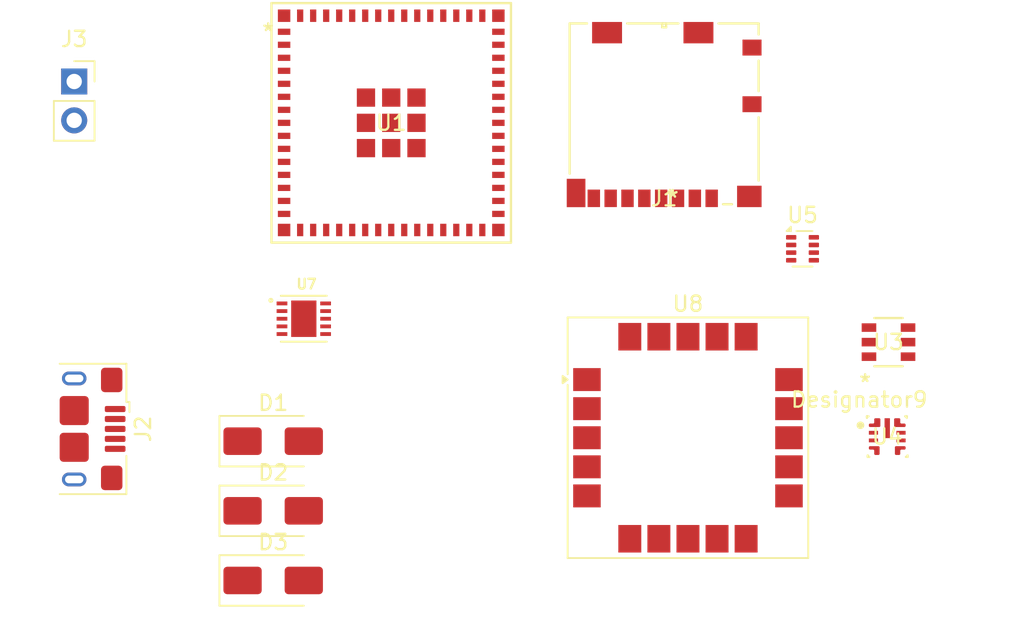
<source format=kicad_pcb>
(kicad_pcb (version 20241229) (generator "pcbnew") (generator_version "9.0")
  (layers (0 "F.Cu" signal) (2 "B.Cu" signal) (13 "F.Paste" user) (15 "B.Paste" user) (5 "F.SilkS" user "F.Silkscreen") (7 "B.SilkS" user "B.Silkscreen") (1 "F.Mask" user) (3 "B.Mask" user) (25 "Edge.Cuts" user))
  (net 0 "")
  (net 1 "/GPIO19")
  (net 2 "GND")
  (net 3 "/GPIO20")
  (net 4 "+12V")
  (net 5 "/GPIO42")
  (net 6 "/GPIO38")
  (net 7 "/GPIO39")
  (net 8 "/GPIO35")
  (net 9 "/power_switch/out")
  (net 10 "/GPIO37")
  (net 11 "/GPIO36")
  (net 12 "/GPIO1")
  (net 13 "/power_switch/en")
  (net 14 "+3.3V")
  (net 15 "Net-(U3-*fault)")
  (net 16 "Net-(U3-ilim)")
  (net 17 "Net-(U4-BOOT)")
  (net 19 "Net-(U4-VCC)")
  (net 20 "Net-(U4-SW)")
  (net 21 "Net-(U4-VOUT_BIAS)")
  (net 22 "Net-(U5-VOUT-Pad2)")
  (net 28 "/GPS Module/3.6V")
  (net 29 "Net-(U7-OUT)")
  (net 35 "/GPS Module/SCL")
  (net 37 "/GPS Module/SDA")
  (net 38 "Net-(U1-GND1-Pad1)")
  (net 42 "/GPIO0")
  (net 44 "Net-(U1-GND2-Pad54)")
  (net 56 "Net-(U1-GND3-Pad60)")
  (net 81 "/GPS Module/~EN")
  (net 83 "Net-(U7-SET)")
  (net 85 "+BATT")
  (footprint "RF_GPS:ublox_SAM-M8Q" (layer "F.Cu") (at 171.6 99.775)
    (property "Reference" "U8" (at 0 -8.75 0) (layer "F.SilkS"))
    (property "Value" "SAM-M10Q")
    (fp_line (start -7.86 -7.86) (end -7.86 -4.15) (stroke (width 0.12)) (layer "F.SilkS"))
    (fp_line (start -7.86 -7.86) (end 7.86 -7.86) (stroke (width 0.12)) (layer "F.SilkS"))
    (fp_line (start -7.86 -3.45) (end -7.86 7.86) (stroke (width 0.12)) (layer "F.SilkS"))
    (fp_line (start -7.86 7.86) (end 7.86 7.86) (stroke (width 0.12)) (layer "F.SilkS"))
    (fp_line (start 7.86 -7.86) (end 7.86 7.86) (stroke (width 0.12)) (layer "F.SilkS"))
    (fp_poly (pts (xy -7.86 -3.8) (xy -8.19 -3.56) (xy -8.19 -4.04) (xy -7.86 -3.8)) (stroke (width 0.12)) (fill yes) (layer "F.SilkS"))
    (pad "1" smd rect (at -6.6 -3.8) (size 1.8 1.5) (layers "F.Cu" "F.Mask") (net 2 "GND"))
    (pad "2" smd rect (at -6.6 -1.9) (size 1.8 1.5) (layers "F.Cu" "F.Mask") (net 29 "Net-(U7-OUT)"))
    (pad "3" smd rect (at -6.6 0) (size 1.8 1.5) (layers "F.Cu" "F.Mask") (net 2 "GND"))
    (pad "4" smd rect (at -6.6 1.9) (size 1.8 1.5) (layers "F.Cu" "F.Mask") (net 2 "GND"))
    (pad "5" smd rect (at -6.6 3.8) (size 1.8 1.5) (layers "F.Cu" "F.Mask") (net 2 "GND"))
    (pad "6" smd rect (at -3.8 6.6) (size 1.5 1.8) (layers "F.Cu" "F.Mask") (net 2 "GND"))
    (pad "7" smd rect (at -1.9 6.6) (size 1.5 1.8) (layers "F.Cu" "F.Mask"))
    (pad "8" smd rect (at 0 6.6) (size 1.5 1.8) (layers "F.Cu" "F.Mask"))
    (pad "9" smd rect (at 1.9 6.6) (size 1.5 1.8) (layers "F.Cu" "F.Mask") (net 37 "/GPS Module/SDA"))
    (pad "10" smd rect (at 3.8 6.6) (size 1.5 1.8) (layers "F.Cu" "F.Mask") (net 2 "GND"))
    (pad "11" smd rect (at 6.6 3.8) (size 1.8 1.5) (layers "F.Cu" "F.Mask") (net 2 "GND"))
    (pad "12" smd rect (at 6.6 1.9) (size 1.8 1.5) (layers "F.Cu" "F.Mask") (net 35 "/GPS Module/SCL"))
    (pad "13" smd rect (at 6.6 0) (size 1.8 1.5) (layers "F.Cu" "F.Mask"))
    (pad "14" smd rect (at 6.6 -1.9) (size 1.8 1.5) (layers "F.Cu" "F.Mask"))
    (pad "15" smd rect (at 6.6 -3.8) (size 1.8 1.5) (layers "F.Cu" "F.Mask") (net 2 "GND"))
    (pad "16" smd rect (at 3.8 -6.6) (size 1.5 1.8) (layers "F.Cu" "F.Mask") (net 2 "GND"))
    (pad "17" smd rect (at 1.9 -6.6) (size 1.5 1.8) (layers "F.Cu" "F.Mask") (net 29 "Net-(U7-OUT)"))
    (pad "18" smd rect (at 0 -6.6) (size 1.5 1.8) (layers "F.Cu" "F.Mask"))
    (pad "19" smd rect (at -1.9 -6.6) (size 1.5 1.8) (layers "F.Cu" "F.Mask"))
    (pad "20" smd rect (at -3.8 -6.6) (size 1.5 1.8) (layers "F.Cu" "F.Mask") (net 2 "GND"))
  )
  (footprint "footprints:104031-0811_MOL" (layer "F.Cu") (at 170.0448 78.6122)
    (property "Reference" "J1" (at 0 5.5215 0) (layer "F.SilkS"))
    (property "Value" "MICRO_SD")
    (fp_line (start -6.1722 -5.9055) (end -6.1722 3.911661) (stroke (width 0.1524)) (layer "F.SilkS"))
    (fp_line (start -5.04063 -5.9055) (end -6.1722 -5.9055) (stroke (width 0.1524)) (layer "F.SilkS"))
    (fp_line (start -0.127 -5.9055) (end -0.127 -5.6515) (stroke (width 0.1524)) (layer "F.SilkS"))
    (fp_line (start -0.127 -5.6515) (end 0.127 -5.6515) (stroke (width 0.1524)) (layer "F.SilkS"))
    (fp_line (start 0.127 -5.9055) (end -0.127 -5.9055) (stroke (width 0.1524)) (layer "F.SilkS"))
    (fp_line (start 0.127 -5.6515) (end 0.127 -5.9055) (stroke (width 0.1524)) (layer "F.SilkS"))
    (fp_line (start 0.929371 -5.9055) (end -2.41935 -5.9055) (stroke (width 0.1524)) (layer "F.SilkS"))
    (fp_line (start 3.84414 5.9055) (end 4.43216 5.9055) (stroke (width 0.1524)) (layer "F.SilkS"))
    (fp_line (start 6.1722 -5.9055) (end 3.550651 -5.9055) (stroke (width 0.1524)) (layer "F.SilkS"))
    (fp_line (start 6.1722 -5.18194) (end 6.1722 -5.9055) (stroke (width 0.1524)) (layer "F.SilkS"))
    (fp_line (start 6.1722 -1.48194) (end 6.1722 -3.47506) (stroke (width 0.1524)) (layer "F.SilkS"))
    (fp_line (start 6.1722 4.365259) (end 6.1722 0.22494) (stroke (width 0.1524)) (layer "F.SilkS"))
    (fp_text user "*" (at 0.565 5.5215 0) (layer "F.SilkS"))
    (fp_text user "*" (at 0.565 5.5215 0) (layer "F.SilkS"))
    (pad "1" smd rect (at 3.105 5.5215) (size 0.8128 1.143) (layers "F.Cu" "F.Mask" "F.Paste") (net 5 "/GPIO42"))
    (pad "2" smd rect (at 2.005 5.5215) (size 0.8128 1.143) (layers "F.Cu" "F.Mask" "F.Paste") (net 8 "/GPIO35"))
    (pad "3" smd rect (at 0.904999 5.5215) (size 0.8128 1.143) (layers "F.Cu" "F.Mask" "F.Paste") (net 10 "/GPIO37"))
    (pad "4" smd rect (at -0.195001 5.5215) (size 0.8128 1.143) (layers "F.Cu" "F.Mask" "F.Paste") (net 9 "/power_switch/out"))
    (pad "5" smd rect (at -1.295001 5.5215) (size 0.8128 1.143) (layers "F.Cu" "F.Mask" "F.Paste") (net 11 "/GPIO36"))
    (pad "6" smd rect (at -2.395002 5.5215) (size 0.8128 1.143) (layers "F.Cu" "F.Mask" "F.Paste") (net 2 "GND"))
    (pad "7" smd rect (at -3.494999 5.5215) (size 0.8128 1.143) (layers "F.Cu" "F.Mask" "F.Paste") (net 6 "/GPIO38"))
    (pad "8" smd rect (at -4.595 5.5215) (size 0.8128 1.143) (layers "F.Cu" "F.Mask" "F.Paste") (net 7 "/GPIO39"))
    (pad "9" smd rect (at 5.740001 -0.6285) (size 1.2446 1.0414) (layers "F.Cu" "F.Mask" "F.Paste") (net 12 "/GPIO1"))
    (pad "10" smd rect (at 5.740001 -4.3285) (size 1.2446 1.0414) (layers "F.Cu" "F.Mask" "F.Paste") (net 2 "GND"))
    (pad "11" smd rect (at 5.565 5.396499) (size 1.6002 1.397) (layers "F.Cu" "F.Mask" "F.Paste"))
    (pad "12" smd rect (at -5.755 5.171501) (size 1.2192 1.8542) (layers "F.Cu" "F.Mask" "F.Paste"))
    (pad "13" smd rect (at -3.72999 -5.3035) (size 1.9558 1.397) (layers "F.Cu" "F.Mask" "F.Paste"))
    (pad "14" smd rect (at 2.240011 -5.3035) (size 1.9558 1.397) (layers "F.Cu" "F.Mask" "F.Paste"))
  )
  (footprint "Connector_USB:USB_Micro-B_Amphenol_10118193-0001LF_Horizontal" (layer "F.Cu") (at 131.5 99.2 -90)
    (property "Reference" "J2" (at 0 -4.5 90) (layer "F.SilkS"))
    (property "Value" "USB_B_Micro")
    (fp_line (start -4.26 -3.41) (end -4.26 0.95) (stroke (width 0.12)) (layer "F.SilkS"))
    (fp_line (start -4.26 -3.41) (end -1.76 -3.41) (stroke (width 0.12)) (layer "F.SilkS"))
    (fp_line (start -1.76 -3.41) (end -1.76 -3.61) (stroke (width 0.12)) (layer "F.SilkS"))
    (fp_line (start 1.76 -3.41) (end 4.26 -3.41) (stroke (width 0.12)) (layer "F.SilkS"))
    (fp_line (start 4.26 -3.41) (end 4.26 0.95) (stroke (width 0.12)) (layer "F.SilkS"))
    (fp_line (start -1.1 -3.61) (end -1.76 -3.61) (stroke (width 0.12)) (layer "F.SilkS"))
    (pad "1" smd roundrect (at -1.3 -2.675 270) (size 0.4 1.35) (layers "F.Cu" "F.Mask" "F.Paste") (net 4 "+12V"))
    (pad "2" smd roundrect (at -0.65 -2.675 270) (size 0.4 1.35) (layers "F.Cu" "F.Mask" "F.Paste") (net 1 "/GPIO19"))
    (pad "3" smd roundrect (at 0 -2.675 270) (size 0.4 1.35) (layers "F.Cu" "F.Mask" "F.Paste") (net 3 "/GPIO20"))
    (pad "4" smd roundrect (at 0.65 -2.675 270) (size 0.4 1.35) (layers "F.Cu" "F.Mask" "F.Paste"))
    (pad "5" smd roundrect (at 1.3 -2.675 270) (size 0.4 1.35) (layers "F.Cu" "F.Mask" "F.Paste") (net 2 "GND"))
    (pad "6" thru_hole oval (at -3.3 0) (size 1.6 0.9) (drill oval 1.2 0.5) (property pad_prop_heatsink) (layers "*.Cu" "*.Mask" "F.Paste") (net 2 "GND"))
    (pad "6" smd roundrect (at -3.2 -2.45 270) (size 1.6 1.4) (layers "F.Cu" "F.Mask" "F.Paste") (roundrect_rratio 0.1785714286) (net 2 "GND"))
    (pad "6" smd roundrect (at -1.2 0 270) (size 1.9 1.9) (layers "F.Cu" "F.Mask" "F.Paste") (roundrect_rratio 0.1315789474) (net 2 "GND"))
    (pad "6" smd roundrect (at 1.2 0 270) (size 1.9 1.9) (layers "F.Cu" "F.Mask" "F.Paste") (roundrect_rratio 0.1315789474) (net 2 "GND"))
    (pad "6" smd roundrect (at 3.2 -2.45 270) (size 1.6 1.4) (layers "F.Cu" "F.Mask" "F.Paste") (roundrect_rratio 0.1785714286) (net 2 "GND"))
    (pad "6" thru_hole oval (at 3.3 0) (size 1.6 0.9) (drill oval 1.2 0.5) (property pad_prop_heatsink) (layers "*.Cu" "*.Mask" "F.Paste") (net 2 "GND"))
  )
  (footprint "footprints:RPE0009A-MFG" (layer "F.Cu") (at 184.62 99.700001)
    (property "Reference" "U4" (at 0 0 0) (layer "F.SilkS"))
    (property "Value" "LMR43620MSC3RPERQ1")
    (fp_poly (pts (xy -1.2 -0.800499) (xy -1.15 -0.850501) (xy -0.900001 -0.850501) (xy -0.850001 -0.900501) (xy -0.850001 -1.15) (xy -0.799998 -1.2) (xy -0.500002 -1.2) (xy -0.449999 -1.15) (xy -0.449999 -0.6755) (xy -0.499999 -0.625498) (xy -1.15 -0.6255) (xy -1.2 -0.6755)) (fill yes) (layer "F.Cu"))
    (fp_poly (pts (xy -1.2 0.800499) (xy -1.15 0.850499) (xy -0.900001 0.850501) (xy -0.850001 0.900501) (xy -0.850001 1.15) (xy -0.799998 1.2) (xy -0.549999 1.2) (xy -0.499996 1.15) (xy -0.499999 0.6755) (xy -0.549999 0.625498) (xy -1.15 0.6255) (xy -1.2 0.6755)) (fill yes) (layer "F.Cu"))
    (fp_poly (pts (xy 1.2 -0.800499) (xy 1.15 -0.850499) (xy 0.900001 -0.850501) (xy 0.850001 -0.900501) (xy 0.850001 -1.15) (xy 0.799998 -1.2) (xy 0.499999 -1.2) (xy 0.449997 -1.15) (xy 0.449999 -0.6755) (xy 0.499999 -0.625498) (xy 1.15 -0.6255) (xy 1.2 -0.6755)) (fill yes) (layer "F.Cu"))
    (fp_poly (pts (xy 1.2 0.800499) (xy 1.15 0.850501) (xy 0.900001 0.850499) (xy 0.850001 0.900501) (xy 0.850001 1.15) (xy 0.799998 1.2) (xy 0.550001 1.2) (xy 0.499999 1.15) (xy 0.500002 0.6755) (xy 0.549999 0.625498) (xy 1.15 0.6255) (xy 1.2 0.6755)) (fill yes) (layer "F.Cu"))
    (fp_line (start -1.325001 -1.325001) (end -1.224999 -1.325001) (stroke (width 0.15)) (layer "F.SilkS"))
    (fp_line (start -1.325001 -1.224999) (end -1.325001 -1.325001) (stroke (width 0.15)) (layer "F.SilkS"))
    (fp_line (start -1.275001 1.325001) (end -1.275001 1.224999) (stroke (width 0.15)) (layer "F.SilkS"))
    (fp_line (start -1.275001 1.325001) (end -1.174999 1.325001) (stroke (width 0.15)) (layer "F.SilkS"))
    (fp_line (start 1.174999 -1.325001) (end 1.275001 -1.325001) (stroke (width 0.15)) (layer "F.SilkS"))
    (fp_line (start 1.224999 1.325001) (end 1.325001 1.325001) (stroke (width 0.15)) (layer "F.SilkS"))
    (fp_line (start 1.275001 -1.224999) (end 1.275001 -1.325001) (stroke (width 0.15)) (layer "F.SilkS"))
    (fp_line (start 1.325001 1.325001) (end 1.325001 1.224999) (stroke (width 0.15)) (layer "F.SilkS"))
    (fp_circle (center -1.749999 -0.738) (end -1.624998 -0.738) (stroke (width 0.25)) (fill no) (layer "F.SilkS"))
    (fp_text user "Designator9" (at -1.8288 -2.413 0) (layer "F.SilkS"))
    (pad "1" smd circle (at -0.661406 -0.876841) (size 0.341594 0.341594) (layers "F.Cu" "F.Mask") (net 2 "GND"))
    (pad "2" smd rect (at -0.900001 -0.25) (size 0.599999 0.249999) (layers "F.Cu" "F.Mask" "F.Paste"))
    (pad "3" smd rect (at -0.900001 0.25) (size 0.599999 0.249999) (layers "F.Cu" "F.Mask" "F.Paste") (net 4 "+12V"))
    (pad "4" smd circle (at -0.661406 0.876844) (size 0.290535 0.290535) (layers "F.Cu" "F.Mask" "F.Paste") (net 4 "+12V"))
    (pad "5" smd circle (at 0.679531 0.80503) (size 0.323157 0.323157) (layers "F.Cu" "F.Mask" "F.Paste") (net 20 "Net-(U4-SW)"))
    (pad "6" smd rect (at 0.900001 0.25) (size 0.599999 0.249999) (layers "F.Cu" "F.Mask" "F.Paste") (net 17 "Net-(U4-BOOT)"))
    (pad "7" smd rect (at 0.900001 -0.25) (size 0.599999 0.249999) (layers "F.Cu" "F.Mask" "F.Paste") (net 19 "Net-(U4-VCC)"))
    (pad "8" smd circle (at 0.665434 -0.840936) (size 0.345615 0.345615) (layers "F.Cu" "F.Mask") (net 21 "Net-(U4-VOUT_BIAS)"))
    (pad "9" smd rect (at 0 -0.549999) (size 0.349999 1.3) (layers "F.Cu" "F.Mask") (net 2 "GND"))
  )
  (footprint "footprints:ESP32-S3-MINI-1U_EXP" (layer "F.Cu") (at 152.2129 79.2014)
    (property "Reference" "U1" (at 0 0 0) (layer "F.SilkS"))
    (property "Value" "ESP32-S3-MINI-1U-N8")
    (fp_line (start -7.8232 -7.8232) (end -7.8232 7.8232) (stroke (width 0.1524)) (layer "F.SilkS"))
    (fp_line (start -7.8232 7.8232) (end 7.8232 7.8232) (stroke (width 0.1524)) (layer "F.SilkS"))
    (fp_line (start 7.8232 -7.8232) (end -7.8232 -7.8232) (stroke (width 0.1524)) (layer "F.SilkS"))
    (fp_line (start 7.8232 7.8232) (end 7.8232 -7.8232) (stroke (width 0.1524)) (layer "F.SilkS"))
    (fp_text user "*" (at -8.0414 -5.95 0) (layer "F.SilkS"))
    (fp_text user "*" (at -8.0414 -5.95 0) (layer "F.SilkS"))
    (pad "1" smd rect (at -6.999999 -5.950001) (size 0.8128 0.4064) (layers "F.Cu" "F.Mask" "F.Paste") (net 38 "Net-(U1-GND1-Pad1)"))
    (pad "2" smd rect (at -6.999999 -5.1) (size 0.8128 0.4064) (layers "F.Cu" "F.Mask" "F.Paste") (net 38 "Net-(U1-GND1-Pad1)"))
    (pad "3" smd rect (at -6.999999 -4.249999) (size 0.8128 0.4064) (layers "F.Cu" "F.Mask" "F.Paste"))
    (pad "4" smd rect (at -6.999999 -3.400001) (size 0.8128 0.4064) (layers "F.Cu" "F.Mask" "F.Paste") (net 42 "/GPIO0"))
    (pad "5" smd rect (at -6.999999 -2.55) (size 0.8128 0.4064) (layers "F.Cu" "F.Mask" "F.Paste") (net 12 "/GPIO1"))
    (pad "6" smd rect (at -6.999999 -1.699999) (size 0.8128 0.4064) (layers "F.Cu" "F.Mask" "F.Paste"))
    (pad "7" smd rect (at -6.999999 -0.850001) (size 0.8128 0.4064) (layers "F.Cu" "F.Mask" "F.Paste"))
    (pad "8" smd rect (at -6.999999 0) (size 0.8128 0.4064) (layers "F.Cu" "F.Mask" "F.Paste"))
    (pad "9" smd rect (at -6.999999 0.850001) (size 0.8128 0.4064) (layers "F.Cu" "F.Mask" "F.Paste"))
    (pad "10" smd rect (at -6.999999 1.699999) (size 0.8128 0.4064) (layers "F.Cu" "F.Mask" "F.Paste"))
    (pad "11" smd rect (at -6.999999 2.55) (size 0.8128 0.4064) (layers "F.Cu" "F.Mask" "F.Paste"))
    (pad "12" smd rect (at -6.999999 3.400001) (size 0.8128 0.4064) (layers "F.Cu" "F.Mask" "F.Paste"))
    (pad "13" smd rect (at -6.999999 4.249999) (size 0.8128 0.4064) (layers "F.Cu" "F.Mask" "F.Paste"))
    (pad "14" smd rect (at -6.999999 5.1) (size 0.8128 0.4064) (layers "F.Cu" "F.Mask" "F.Paste"))
    (pad "15" smd rect (at -6.999999 5.950001) (size 0.8128 0.4064) (layers "F.Cu" "F.Mask" "F.Paste"))
    (pad "16" smd rect (at -5.950001 6.999999 90) (size 0.8128 0.4064) (layers "F.Cu" "F.Mask" "F.Paste"))
    (pad "17" smd rect (at -5.1 6.999999 90) (size 0.8128 0.4064) (layers "F.Cu" "F.Mask" "F.Paste"))
    (pad "18" smd rect (at -4.249999 6.999999 90) (size 0.8128 0.4064) (layers "F.Cu" "F.Mask" "F.Paste"))
    (pad "19" smd rect (at -3.400001 6.999999 90) (size 0.8128 0.4064) (layers "F.Cu" "F.Mask" "F.Paste"))
    (pad "20" smd rect (at -2.55 6.999999 90) (size 0.8128 0.4064) (layers "F.Cu" "F.Mask" "F.Paste"))
    (pad "21" smd rect (at -1.699999 6.999999 90) (size 0.8128 0.4064) (layers "F.Cu" "F.Mask" "F.Paste"))
    (pad "22" smd rect (at -0.850001 6.999999 90) (size 0.8128 0.4064) (layers "F.Cu" "F.Mask" "F.Paste"))
    (pad "23" smd rect (at 0 6.999999 90) (size 0.8128 0.4064) (layers "F.Cu" "F.Mask" "F.Paste"))
    (pad "24" smd rect (at 0.850001 6.999999 90) (size 0.8128 0.4064) (layers "F.Cu" "F.Mask" "F.Paste"))
    (pad "25" smd rect (at 1.699999 6.999999 90) (size 0.8128 0.4064) (layers "F.Cu" "F.Mask" "F.Paste"))
    (pad "26" smd rect (at 2.55 6.999999 90) (size 0.8128 0.4064) (layers "F.Cu" "F.Mask" "F.Paste"))
    (pad "27" smd rect (at 3.400001 6.999999 90) (size 0.8128 0.4064) (layers "F.Cu" "F.Mask" "F.Paste"))
    (pad "28" smd rect (at 4.249999 6.999999 90) (size 0.8128 0.4064) (layers "F.Cu" "F.Mask" "F.Paste"))
    (pad "29" smd rect (at 5.1 6.999999 90) (size 0.8128 0.4064) (layers "F.Cu" "F.Mask" "F.Paste"))
    (pad "30" smd rect (at 5.950001 6.999999 90) (size 0.8128 0.4064) (layers "F.Cu" "F.Mask" "F.Paste"))
    (pad "31" smd rect (at 6.999999 5.950001) (size 0.8128 0.4064) (layers "F.Cu" "F.Mask" "F.Paste"))
    (pad "32" smd rect (at 6.999999 5.1) (size 0.8128 0.4064) (layers "F.Cu" "F.Mask" "F.Paste"))
    (pad "33" smd rect (at 6.999999 4.249999) (size 0.8128 0.4064) (layers "F.Cu" "F.Mask" "F.Paste"))
    (pad "34" smd rect (at 6.999999 3.400001) (size 0.8128 0.4064) (layers "F.Cu" "F.Mask" "F.Paste"))
    (pad "35" smd rect (at 6.999999 2.55) (size 0.8128 0.4064) (layers "F.Cu" "F.Mask" "F.Paste"))
    (pad "36" smd rect (at 6.999999 1.699999) (size 0.8128 0.4064) (layers "F.Cu" "F.Mask" "F.Paste"))
    (pad "37" smd rect (at 6.999999 0.850001) (size 0.8128 0.4064) (layers "F.Cu" "F.Mask" "F.Paste"))
    (pad "38" smd rect (at 6.999999 0) (size 0.8128 0.4064) (layers "F.Cu" "F.Mask" "F.Paste"))
    (pad "39" smd rect (at 6.999999 -0.850001) (size 0.8128 0.4064) (layers "F.Cu" "F.Mask" "F.Paste"))
    (pad "40" smd rect (at 6.999999 -1.699999) (size 0.8128 0.4064) (layers "F.Cu" "F.Mask" "F.Paste"))
    (pad "41" smd rect (at 6.999999 -2.55) (size 0.8128 0.4064) (layers "F.Cu" "F.Mask" "F.Paste"))
    (pad "42" smd rect (at 6.999999 -3.400001) (size 0.8128 0.4064) (layers "F.Cu" "F.Mask" "F.Paste") (net 38 "Net-(U1-GND1-Pad1)"))
    (pad "43" smd rect (at 6.999999 -4.249999) (size 0.8128 0.4064) (layers "F.Cu" "F.Mask" "F.Paste") (net 38 "Net-(U1-GND1-Pad1)"))
    (pad "44" smd rect (at 6.999999 -5.1) (size 0.8128 0.4064) (layers "F.Cu" "F.Mask" "F.Paste"))
    (pad "45" smd rect (at 6.999999 -5.950001) (size 0.8128 0.4064) (layers "F.Cu" "F.Mask" "F.Paste"))
    (pad "46" smd rect (at 5.950001 -6.999999 90) (size 0.8128 0.4064) (layers "F.Cu" "F.Mask" "F.Paste") (net 38 "Net-(U1-GND1-Pad1)"))
    (pad "47" smd rect (at 5.1 -6.999999 90) (size 0.8128 0.4064) (layers "F.Cu" "F.Mask" "F.Paste") (net 38 "Net-(U1-GND1-Pad1)"))
    (pad "48" smd rect (at 4.249999 -6.999999 90) (size 0.8128 0.4064) (layers "F.Cu" "F.Mask" "F.Paste") (net 38 "Net-(U1-GND1-Pad1)"))
    (pad "49" smd rect (at 3.400001 -6.999999 90) (size 0.8128 0.4064) (layers "F.Cu" "F.Mask" "F.Paste") (net 38 "Net-(U1-GND1-Pad1)"))
    (pad "50" smd rect (at 2.55 -6.999999 90) (size 0.8128 0.4064) (layers "F.Cu" "F.Mask" "F.Paste") (net 38 "Net-(U1-GND1-Pad1)"))
    (pad "51" smd rect (at 1.699999 -6.999999 90) (size 0.8128 0.4064) (layers "F.Cu" "F.Mask" "F.Paste") (net 38 "Net-(U1-GND1-Pad1)"))
    (pad "52" smd rect (at 0.850001 -6.999999 90) (size 0.8128 0.4064) (layers "F.Cu" "F.Mask" "F.Paste") (net 38 "Net-(U1-GND1-Pad1)"))
    (pad "53" smd rect (at 0 -6.999999 90) (size 0.8128 0.4064) (layers "F.Cu" "F.Mask" "F.Paste") (net 38 "Net-(U1-GND1-Pad1)"))
    (pad "54" smd rect (at -0.850001 -6.999999 90) (size 0.8128 0.4064) (layers "F.Cu" "F.Mask" "F.Paste") (net 44 "Net-(U1-GND2-Pad54)"))
    (pad "55" smd rect (at -1.699999 -6.999999 90) (size 0.8128 0.4064) (layers "F.Cu" "F.Mask" "F.Paste") (net 44 "Net-(U1-GND2-Pad54)"))
    (pad "56" smd rect (at -2.55 -6.999999 90) (size 0.8128 0.4064) (layers "F.Cu" "F.Mask" "F.Paste") (net 44 "Net-(U1-GND2-Pad54)"))
    (pad "57" smd rect (at -3.400001 -6.999999 90) (size 0.8128 0.4064) (layers "F.Cu" "F.Mask" "F.Paste") (net 44 "Net-(U1-GND2-Pad54)"))
    (pad "58" smd rect (at -4.249999 -6.999999 90) (size 0.8128 0.4064) (layers "F.Cu" "F.Mask" "F.Paste") (net 44 "Net-(U1-GND2-Pad54)"))
    (pad "59" smd rect (at -5.1 -6.999999 90) (size 0.8128 0.4064) (layers "F.Cu" "F.Mask" "F.Paste") (net 44 "Net-(U1-GND2-Pad54)"))
    (pad "60" smd rect (at -5.950001 -6.999999 90) (size 0.8128 0.4064) (layers "F.Cu" "F.Mask" "F.Paste") (net 56 "Net-(U1-GND3-Pad60)"))
    (pad "61" smd rect (at 0 0) (size 1.1938 1.1938) (layers "F.Cu" "F.Mask" "F.Paste"))
    (pad "62" smd rect (at -6.999999 -6.999999) (size 0.8128 0.8128) (layers "F.Cu" "F.Mask" "F.Paste") (net 44 "Net-(U1-GND2-Pad54)"))
    (pad "63" smd rect (at -6.999999 6.999999) (size 0.8128 0.8128) (layers "F.Cu" "F.Mask" "F.Paste") (net 44 "Net-(U1-GND2-Pad54)"))
    (pad "64" smd rect (at 6.999999 6.999999) (size 0.8128 0.8128) (layers "F.Cu" "F.Mask" "F.Paste") (net 44 "Net-(U1-GND2-Pad54)"))
    (pad "65" smd rect (at 6.999999 -6.999999) (size 0.8128 0.8128) (layers "F.Cu" "F.Mask" "F.Paste") (net 44 "Net-(U1-GND2-Pad54)"))
    (pad "66" smd rect (at -1.65 -1.65) (size 1.1938 1.1938) (layers "F.Cu" "F.Mask" "F.Paste"))
    (pad "67" smd rect (at -1.65 0) (size 1.1938 1.1938) (layers "F.Cu" "F.Mask" "F.Paste"))
    (pad "68" smd rect (at -1.65 1.65) (size 1.1938 1.1938) (layers "F.Cu" "F.Mask" "F.Paste"))
    (pad "69" smd rect (at 0 1.65) (size 1.1938 1.1938) (layers "F.Cu" "F.Mask" "F.Paste"))
    (pad "70" smd rect (at 1.65 1.65) (size 1.1938 1.1938) (layers "F.Cu" "F.Mask" "F.Paste"))
    (pad "71" smd rect (at 1.65 0) (size 1.1938 1.1938) (layers "F.Cu" "F.Mask" "F.Paste"))
    (pad "72" smd rect (at 1.65 -1.65) (size 1.1938 1.1938) (layers "F.Cu" "F.Mask" "F.Paste"))
    (pad "73" smd rect (at 0 -1.65) (size 1.1938 1.1938) (layers "F.Cu" "F.Mask" "F.Paste"))
  )
  (footprint "Diode_SMD:D_SMA" (layer "F.Cu") (at 144.5 100)
    (property "Reference" "D1" (at 0 -2.5 0) (layer "F.SilkS"))
    (property "Value" "TVS")
    (fp_line (start -3.51 -1.65) (end -3.51 1.65) (stroke (width 0.12)) (layer "F.SilkS"))
    (fp_line (start -3.51 -1.65) (end 2 -1.65) (stroke (width 0.12)) (layer "F.SilkS"))
    (fp_line (start -3.51 1.65) (end 2 1.65) (stroke (width 0.12)) (layer "F.SilkS"))
    (pad "1" smd roundrect (at -2 0) (size 2.5 1.8) (layers "F.Cu" "F.Mask" "F.Paste") (roundrect_rratio 0.1388888889) (net 2 "GND"))
    (pad "2" smd roundrect (at 2 0) (size 2.5 1.8) (layers "F.Cu" "F.Mask" "F.Paste") (roundrect_rratio 0.1388888889) (net 1 "/GPIO19"))
  )
  (footprint "Diode_SMD:D_SMA" (layer "F.Cu") (at 144.5 104.55)
    (property "Reference" "D2" (at 0 -2.5 0) (layer "F.SilkS"))
    (property "Value" "TVS")
    (fp_line (start -3.51 -1.65) (end -3.51 1.65) (stroke (width 0.12)) (layer "F.SilkS"))
    (fp_line (start -3.51 -1.65) (end 2 -1.65) (stroke (width 0.12)) (layer "F.SilkS"))
    (fp_line (start -3.51 1.65) (end 2 1.65) (stroke (width 0.12)) (layer "F.SilkS"))
    (pad "1" smd roundrect (at -2 0) (size 2.5 1.8) (layers "F.Cu" "F.Mask" "F.Paste") (roundrect_rratio 0.1388888889) (net 2 "GND"))
    (pad "2" smd roundrect (at 2 0) (size 2.5 1.8) (layers "F.Cu" "F.Mask" "F.Paste") (roundrect_rratio 0.1388888889) (net 3 "/GPIO20"))
  )
  (footprint "Connector_PinSocket_2.54mm:PinSocket_1x02_P2.54mm_Vertical" (layer "F.Cu") (at 131.5 76.5)
    (property "Reference" "J3" (at 0 -2.77 0) (layer "F.SilkS"))
    (property "Value" "Conn_01x02_Socket")
    (fp_line (start -1.33 1.27) (end -1.33 3.87) (stroke (width 0.12)) (layer "F.SilkS"))
    (fp_line (start -1.33 1.27) (end 1.33 1.27) (stroke (width 0.12)) (layer "F.SilkS"))
    (fp_line (start -1.33 3.87) (end 1.33 3.87) (stroke (width 0.12)) (layer "F.SilkS"))
    (fp_line (start 0 -1.33) (end 1.33 -1.33) (stroke (width 0.12)) (layer "F.SilkS"))
    (fp_line (start 1.33 -1.33) (end 1.33 0) (stroke (width 0.12)) (layer "F.SilkS"))
    (fp_line (start 1.33 1.27) (end 1.33 3.87) (stroke (width 0.12)) (layer "F.SilkS"))
    (pad "1" thru_hole rect (at 0 0) (size 1.7 1.7) (drill 1) (layers "*.Cu" "*.Mask") (net 2 "GND"))
    (pad "2" thru_hole circle (at 0 2.54) (size 1.7 1.7) (drill 1) (layers "*.Cu" "*.Mask") (net 85 "+BATT"))
  )
  (footprint "footprints:SOT26-A1-AP22653Q_DIO" (layer "F.Cu") (at 184.7028 93.528)
    (property "Reference" "U3" (at 0 0 0) (layer "F.SilkS"))
    (property "Value" "AP22653QW6-7")
    (fp_line (start -0.9271 1.5748) (end 0.9271 1.5748) (stroke (width 0.1524)) (layer "F.SilkS"))
    (fp_line (start 0.9271 -1.5748) (end -0.9271 -1.5748) (stroke (width 0.1524)) (layer "F.SilkS"))
    (fp_text user "*" (at -1.53035 2.6518 0) (layer "F.SilkS"))
    (fp_text user "*" (at -1.53035 2.6518 0) (layer "F.SilkS"))
    (pad "1" smd rect (at -1.27635 0.950001) (size 0.9525 0.5588) (layers "F.Cu" "F.Mask" "F.Paste") (net 14 "+3.3V"))
    (pad "2" smd rect (at -1.27635 0) (size 0.9525 0.5588) (layers "F.Cu" "F.Mask" "F.Paste") (net 2 "GND"))
    (pad "3" smd rect (at -1.27635 -0.950001) (size 0.9525 0.5588) (layers "F.Cu" "F.Mask" "F.Paste") (net 13 "/power_switch/en"))
    (pad "4" smd rect (at 1.27635 -0.950001) (size 0.9525 0.5588) (layers "F.Cu" "F.Mask" "F.Paste") (net 15 "Net-(U3-*fault)"))
    (pad "5" smd rect (at 1.27635 0) (size 0.9525 0.5588) (layers "F.Cu" "F.Mask" "F.Paste") (net 16 "Net-(U3-ilim)"))
    (pad "6" smd rect (at 1.27635 0.950001) (size 0.9525 0.5588) (layers "F.Cu" "F.Mask" "F.Paste") (net 9 "/power_switch/out"))
  )
  (footprint "Diode_SMD:D_SMA" (layer "F.Cu") (at 144.5 109.1)
    (property "Reference" "D3" (at 0 -2.5 0) (layer "F.SilkS"))
    (property "Value" "TVS")
    (fp_line (start -3.51 -1.65) (end -3.51 1.65) (stroke (width 0.12)) (layer "F.SilkS"))
    (fp_line (start -3.51 -1.65) (end 2 -1.65) (stroke (width 0.12)) (layer "F.SilkS"))
    (fp_line (start -3.51 1.65) (end 2 1.65) (stroke (width 0.12)) (layer "F.SilkS"))
    (pad "1" smd roundrect (at -2 0) (size 2.5 1.8) (layers "F.Cu" "F.Mask" "F.Paste") (roundrect_rratio 0.1388888889) (net 2 "GND"))
    (pad "2" smd roundrect (at 2 0) (size 2.5 1.8) (layers "F.Cu" "F.Mask" "F.Paste") (roundrect_rratio 0.1388888889) (net 4 "+12V"))
  )
  (footprint "Package_TO_SOT_SMD:SOT-583-8" (layer "F.Cu") (at 179.085 87.43)
    (property "Reference" "U5" (at 0 -2.2 0) (layer "F.SilkS"))
    (property "Value" "TPS2116DRL")
    (fp_line (start 0.65 -1.16) (end -0.4 -1.16) (stroke (width 0.12)) (layer "F.SilkS"))
    (fp_line (start 0.65 1.16) (end -0.65 1.16) (stroke (width 0.12)) (layer "F.SilkS"))
    (fp_poly (pts (xy -0.76 -1.16) (xy -1.04 -1.16) (xy -0.76 -1.44) (xy -0.76 -1.16)) (stroke (width 0.12)) (fill yes) (layer "F.SilkS"))
    (pad "1" smd roundrect (at -0.74 -0.75) (size 0.67 0.3) (layers "F.Cu" "F.Mask" "F.Paste") (roundrect_rratio 0.1666666667))
    (pad "2" smd roundrect (at -0.74 -0.25) (size 0.67 0.3) (layers "F.Cu" "F.Mask" "F.Paste") (roundrect_rratio 0.1666666667) (net 22 "Net-(U5-VOUT-Pad2)"))
    (pad "3" smd roundrect (at -0.74 0.25) (size 0.67 0.3) (layers "F.Cu" "F.Mask" "F.Paste") (roundrect_rratio 0.1666666667) (net 28 "/GPS Module/3.6V"))
    (pad "4" smd roundrect (at -0.74 0.75) (size 0.67 0.3) (layers "F.Cu" "F.Mask" "F.Paste") (roundrect_rratio 0.1666666667))
    (pad "5" smd roundrect (at 0.74 0.75) (size 0.67 0.3) (layers "F.Cu" "F.Mask" "F.Paste") (roundrect_rratio 0.1666666667))
    (pad "6" smd roundrect (at 0.74 0.25) (size 0.67 0.3) (layers "F.Cu" "F.Mask" "F.Paste") (roundrect_rratio 0.1666666667))
    (pad "7" smd roundrect (at 0.74 -0.25) (size 0.67 0.3) (layers "F.Cu" "F.Mask" "F.Paste") (roundrect_rratio 0.1666666667) (net 22 "Net-(U5-VOUT-Pad2)"))
    (pad "8" smd roundrect (at 0.74 -0.75) (size 0.67 0.3) (layers "F.Cu" "F.Mask" "F.Paste") (roundrect_rratio 0.1666666667))
  )
  (footprint "footprints:VREG_LT3042EDD_PBF" (layer "F.Cu") (at 146.5 92)
    (property "Reference" "U7" (at 0.1778 -2.2588 0) (layer "F.SilkS") (effects (font (size 0.64 0.64))))
    (property "Value" "LT3042EDD_PBF")
    (fp_line (start -1.5 1.5) (end 1.5 1.5) (stroke (width 0.127)) (layer "F.SilkS"))
    (fp_line (start 1.5 -1.5) (end -1.5 -1.5) (stroke (width 0.127)) (layer "F.SilkS"))
    (fp_circle (center -2.15 -1.2) (end -2.05 -1.2) (stroke (width 0.127)) (fill no) (layer "F.SilkS"))
    (pad "1" smd rect (at -1.425 -1) (size 0.7 0.25) (layers "F.Cu" "F.Mask" "F.Paste") (net 28 "/GPS Module/3.6V"))
    (pad "2" smd rect (at -1.425 -0.5) (size 0.7 0.25) (layers "F.Cu" "F.Mask" "F.Paste") (net 28 "/GPS Module/3.6V"))
    (pad "3" smd rect (at -1.425 0) (size 0.7 0.25) (layers "F.Cu" "F.Mask" "F.Paste") (net 81 "/GPS Module/~EN"))
    (pad "4" smd rect (at -1.425 0.5) (size 0.7 0.25) (layers "F.Cu" "F.Mask" "F.Paste"))
    (pad "5" smd rect (at -1.425 1) (size 0.7 0.25) (layers "F.Cu" "F.Mask" "F.Paste") (net 2 "GND"))
    (pad "6" smd rect (at 1.425 1) (size 0.7 0.25) (layers "F.Cu" "F.Mask" "F.Paste") (net 28 "/GPS Module/3.6V"))
    (pad "7" smd rect (at 1.425 0.5) (size 0.7 0.25) (layers "F.Cu" "F.Mask" "F.Paste") (net 83 "Net-(U7-SET)"))
    (pad "8" smd rect (at 1.425 0) (size 0.7 0.25) (layers "F.Cu" "F.Mask" "F.Paste") (net 2 "GND"))
    (pad "9" smd rect (at 1.425 -0.5) (size 0.7 0.25) (layers "F.Cu" "F.Mask" "F.Paste") (net 29 "Net-(U7-OUT)"))
    (pad "10" smd rect (at 1.425 -1) (size 0.7 0.25) (layers "F.Cu" "F.Mask" "F.Paste") (net 29 "Net-(U7-OUT)"))
    (pad "11" smd rect (at 0 0) (size 1.65 2.38) (layers "F.Cu" "F.Mask") (net 2 "GND"))
  )
)
</source>
